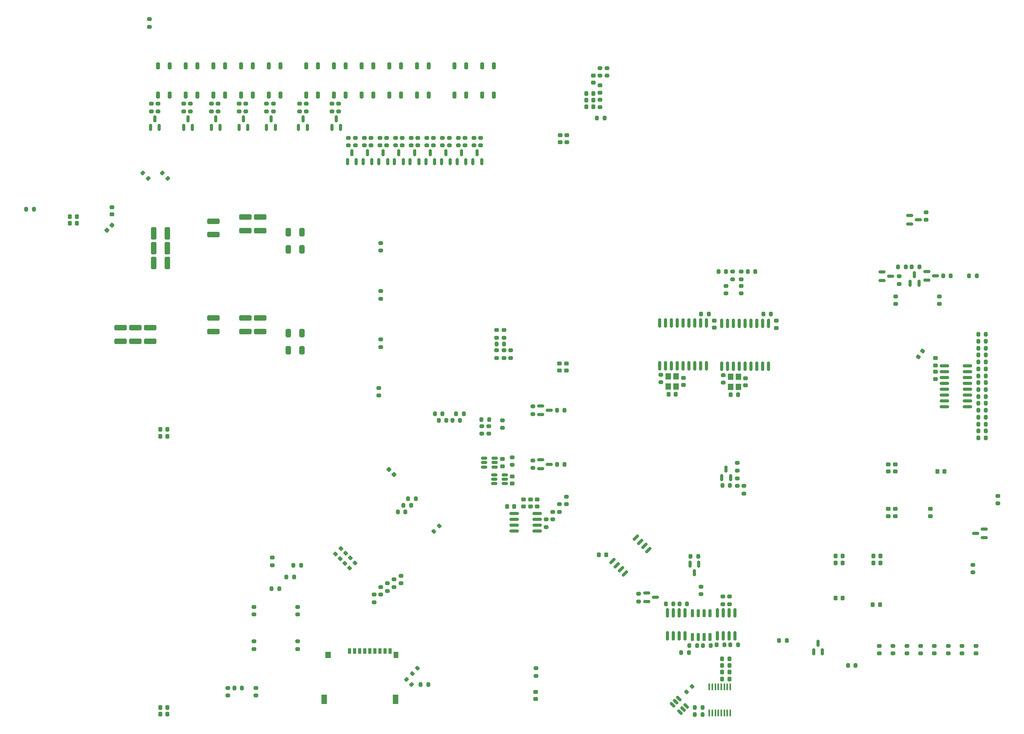
<source format=gbp>
G04 #@! TF.GenerationSoftware,KiCad,Pcbnew,8.0.1*
G04 #@! TF.CreationDate,2024-06-07T19:27:20+03:00*
G04 #@! TF.ProjectId,impeller18,696d7065-6c6c-4657-9231-382e6b696361,rev?*
G04 #@! TF.SameCoordinates,Original*
G04 #@! TF.FileFunction,Paste,Bot*
G04 #@! TF.FilePolarity,Positive*
%FSLAX46Y46*%
G04 Gerber Fmt 4.6, Leading zero omitted, Abs format (unit mm)*
G04 Created by KiCad (PCBNEW 8.0.1) date 2024-06-07 19:27:20*
%MOMM*%
%LPD*%
G01*
G04 APERTURE LIST*
G04 Aperture macros list*
%AMRoundRect*
0 Rectangle with rounded corners*
0 $1 Rounding radius*
0 $2 $3 $4 $5 $6 $7 $8 $9 X,Y pos of 4 corners*
0 Add a 4 corners polygon primitive as box body*
4,1,4,$2,$3,$4,$5,$6,$7,$8,$9,$2,$3,0*
0 Add four circle primitives for the rounded corners*
1,1,$1+$1,$2,$3*
1,1,$1+$1,$4,$5*
1,1,$1+$1,$6,$7*
1,1,$1+$1,$8,$9*
0 Add four rect primitives between the rounded corners*
20,1,$1+$1,$2,$3,$4,$5,0*
20,1,$1+$1,$4,$5,$6,$7,0*
20,1,$1+$1,$6,$7,$8,$9,0*
20,1,$1+$1,$8,$9,$2,$3,0*%
G04 Aperture macros list end*
%ADD10RoundRect,0.200000X0.275000X-0.200000X0.275000X0.200000X-0.275000X0.200000X-0.275000X-0.200000X0*%
%ADD11RoundRect,0.225000X0.250000X-0.225000X0.250000X0.225000X-0.250000X0.225000X-0.250000X-0.225000X0*%
%ADD12RoundRect,0.225000X-0.225000X-0.250000X0.225000X-0.250000X0.225000X0.250000X-0.225000X0.250000X0*%
%ADD13RoundRect,0.200000X-0.200000X-0.550000X0.200000X-0.550000X0.200000X0.550000X-0.200000X0.550000X0*%
%ADD14RoundRect,0.200000X-0.200000X-0.275000X0.200000X-0.275000X0.200000X0.275000X-0.200000X0.275000X0*%
%ADD15RoundRect,0.225000X0.225000X0.250000X-0.225000X0.250000X-0.225000X-0.250000X0.225000X-0.250000X0*%
%ADD16RoundRect,0.200000X-0.275000X0.200000X-0.275000X-0.200000X0.275000X-0.200000X0.275000X0.200000X0*%
%ADD17RoundRect,0.225000X-0.250000X0.225000X-0.250000X-0.225000X0.250000X-0.225000X0.250000X0.225000X0*%
%ADD18RoundRect,0.150000X0.150000X-0.587500X0.150000X0.587500X-0.150000X0.587500X-0.150000X-0.587500X0*%
%ADD19RoundRect,0.150000X-0.587500X-0.150000X0.587500X-0.150000X0.587500X0.150000X-0.587500X0.150000X0*%
%ADD20RoundRect,0.250000X-0.325000X-0.650000X0.325000X-0.650000X0.325000X0.650000X-0.325000X0.650000X0*%
%ADD21RoundRect,0.150000X0.150000X-0.825000X0.150000X0.825000X-0.150000X0.825000X-0.150000X-0.825000X0*%
%ADD22RoundRect,0.200000X0.053033X-0.335876X0.335876X-0.053033X-0.053033X0.335876X-0.335876X0.053033X0*%
%ADD23RoundRect,0.250000X-1.100000X0.325000X-1.100000X-0.325000X1.100000X-0.325000X1.100000X0.325000X0*%
%ADD24RoundRect,0.200000X0.200000X0.275000X-0.200000X0.275000X-0.200000X-0.275000X0.200000X-0.275000X0*%
%ADD25RoundRect,0.200000X0.335876X0.053033X0.053033X0.335876X-0.335876X-0.053033X-0.053033X-0.335876X0*%
%ADD26RoundRect,0.250000X0.325000X0.650000X-0.325000X0.650000X-0.325000X-0.650000X0.325000X-0.650000X0*%
%ADD27RoundRect,0.150000X-0.150000X0.725000X-0.150000X-0.725000X0.150000X-0.725000X0.150000X0.725000X0*%
%ADD28RoundRect,0.225000X-0.017678X0.335876X-0.335876X0.017678X0.017678X-0.335876X0.335876X-0.017678X0*%
%ADD29RoundRect,0.150000X0.512500X0.150000X-0.512500X0.150000X-0.512500X-0.150000X0.512500X-0.150000X0*%
%ADD30RoundRect,0.200000X-0.053033X0.335876X-0.335876X0.053033X0.053033X-0.335876X0.335876X-0.053033X0*%
%ADD31RoundRect,0.250000X-0.325000X-1.100000X0.325000X-1.100000X0.325000X1.100000X-0.325000X1.100000X0*%
%ADD32RoundRect,0.225000X-0.335876X-0.017678X-0.017678X-0.335876X0.335876X0.017678X0.017678X0.335876X0*%
%ADD33RoundRect,0.150000X-0.468458X0.256326X0.256326X-0.468458X0.468458X-0.256326X-0.256326X0.468458X0*%
%ADD34RoundRect,0.200000X0.100391X-0.324880X0.340006X-0.004591X-0.100391X0.324880X-0.340006X0.004591X0*%
%ADD35RoundRect,0.150000X-0.150000X0.825000X-0.150000X-0.825000X0.150000X-0.825000X0.150000X0.825000X0*%
%ADD36R,1.200000X1.400000*%
%ADD37RoundRect,0.150000X0.825000X0.150000X-0.825000X0.150000X-0.825000X-0.150000X0.825000X-0.150000X0*%
%ADD38RoundRect,0.150000X0.150000X-0.875000X0.150000X0.875000X-0.150000X0.875000X-0.150000X-0.875000X0*%
%ADD39RoundRect,0.150000X0.353553X0.565685X-0.565685X-0.353553X-0.353553X-0.565685X0.565685X0.353553X0*%
%ADD40RoundRect,0.150000X0.587500X0.150000X-0.587500X0.150000X-0.587500X-0.150000X0.587500X-0.150000X0*%
%ADD41R,0.700000X1.300000*%
%ADD42R,1.200000X2.000000*%
%ADD43R,1.050000X1.400000*%
%ADD44RoundRect,0.150000X-0.150000X0.587500X-0.150000X-0.587500X0.150000X-0.587500X0.150000X0.587500X0*%
%ADD45RoundRect,0.100000X0.100000X-0.637500X0.100000X0.637500X-0.100000X0.637500X-0.100000X-0.637500X0*%
G04 APERTURE END LIST*
D10*
X178905000Y-180658000D03*
X178905000Y-179008000D03*
D11*
X286179000Y-166035999D03*
X286179000Y-164485999D03*
D12*
X219173678Y-74201000D03*
X220723678Y-74201000D03*
D13*
X128766000Y-74526000D03*
X126226000Y-74526000D03*
X126226000Y-68226000D03*
X128766000Y-68226000D03*
D14*
X196406000Y-145086500D03*
X198056000Y-145086500D03*
D10*
X182606000Y-85481000D03*
X182606000Y-83831000D03*
D15*
X128264000Y-209086001D03*
X126714000Y-209086001D03*
X108583000Y-102435000D03*
X107033000Y-102435000D03*
D16*
X156491000Y-185794000D03*
X156491000Y-187444000D03*
D10*
X196501000Y-148151500D03*
X196501000Y-146501500D03*
X248771000Y-185206001D03*
X248771000Y-183556001D03*
D11*
X220698678Y-71876000D03*
X220698678Y-70326000D03*
D13*
X134766000Y-74526000D03*
X132226000Y-74526000D03*
X132226000Y-68226000D03*
X134766000Y-68226000D03*
D16*
X202772000Y-130041000D03*
X202772000Y-131691000D03*
D14*
X250437000Y-193993501D03*
X252087000Y-193993501D03*
D10*
X287051500Y-115595000D03*
X287051500Y-113945000D03*
X133226000Y-78081000D03*
X133226000Y-76431000D03*
D16*
X174579000Y-127646000D03*
X174579000Y-129296000D03*
D17*
X203089499Y-157446998D03*
X203089499Y-158996998D03*
D10*
X223618678Y-70326000D03*
X223618678Y-68676000D03*
D18*
X189626000Y-88993500D03*
X187726000Y-88993500D03*
X188676000Y-87118500D03*
D12*
X273233501Y-176212001D03*
X274783501Y-176212001D03*
D19*
X289318500Y-102601000D03*
X289318500Y-100701000D03*
X291193500Y-101651000D03*
D20*
X154446000Y-108114000D03*
X157396000Y-108114000D03*
D21*
X240606000Y-192036001D03*
X239336000Y-192036001D03*
X238066000Y-192036001D03*
X236796000Y-192036001D03*
X236796000Y-187086001D03*
X238066000Y-187086001D03*
X239336000Y-187086001D03*
X240606000Y-187086001D03*
D22*
X167799765Y-177365491D03*
X168966491Y-176198765D03*
D19*
X283316499Y-114895000D03*
X283316499Y-112995000D03*
X285191499Y-113945000D03*
D16*
X149766000Y-76431000D03*
X149766000Y-78081000D03*
D10*
X174525000Y-183133000D03*
X174525000Y-181483000D03*
X177445000Y-181483000D03*
X177445000Y-179833000D03*
D20*
X154446000Y-130044000D03*
X157396000Y-130044000D03*
D16*
X244015999Y-181388001D03*
X244015999Y-183038001D03*
D23*
X138229000Y-101952000D03*
X138229000Y-104902000D03*
D24*
X305875000Y-135559000D03*
X304225000Y-135559000D03*
D14*
X304225000Y-149059000D03*
X305875000Y-149059000D03*
D23*
X121304000Y-125081000D03*
X121304000Y-128031000D03*
D10*
X151011500Y-176728000D03*
X151011500Y-175078000D03*
D25*
X128269089Y-92660452D03*
X127102363Y-91493726D03*
D11*
X116203000Y-100455000D03*
X116203000Y-98905000D03*
D13*
X152766000Y-74526000D03*
X150226000Y-74526000D03*
X150226000Y-68226000D03*
X152766000Y-68226000D03*
D26*
X157396000Y-104314000D03*
X154446000Y-104314000D03*
D10*
X222158678Y-77185323D03*
X222158678Y-75535323D03*
D17*
X200926999Y-153671997D03*
X200926999Y-155221997D03*
D18*
X126446000Y-81593500D03*
X124546000Y-81593500D03*
X125496000Y-79718500D03*
D22*
X166767389Y-176333115D03*
X167934115Y-175166389D03*
D27*
X242196000Y-187186001D03*
X243466000Y-187186001D03*
X244736000Y-187186001D03*
X246006000Y-187186001D03*
X246006000Y-192336001D03*
X244736000Y-192336001D03*
X243466000Y-192336001D03*
X242196000Y-192336001D03*
D10*
X282723000Y-195904001D03*
X282723000Y-194254001D03*
X139226000Y-78081000D03*
X139226000Y-76431000D03*
D28*
X116203000Y-102844124D03*
X115106984Y-103940140D03*
D24*
X305875000Y-132559000D03*
X304225000Y-132559000D03*
D18*
X179426000Y-88993500D03*
X177526000Y-88993500D03*
X178476000Y-87118500D03*
D24*
X305875000Y-138559000D03*
X304225000Y-138559000D03*
D14*
X150841500Y-181808000D03*
X152491500Y-181808000D03*
D24*
X184856500Y-202685000D03*
X183206500Y-202685000D03*
D14*
X241780000Y-174783000D03*
X243430000Y-174783000D03*
D13*
X146766000Y-74526000D03*
X144226000Y-74526000D03*
X144226000Y-68226000D03*
X146766000Y-68226000D03*
D18*
X172626000Y-88993500D03*
X170726000Y-88993500D03*
X171676000Y-87118500D03*
D14*
X304225000Y-131059000D03*
X305875000Y-131059000D03*
D29*
X201447000Y-157097000D03*
X201447000Y-158046999D03*
X201447000Y-158996998D03*
X199172000Y-158996998D03*
X199172000Y-158046999D03*
X199172000Y-157097000D03*
D14*
X154066500Y-179268000D03*
X155716500Y-179268000D03*
D16*
X252806000Y-112928000D03*
X252806000Y-114578000D03*
X156491000Y-193294000D03*
X156491000Y-194944000D03*
D24*
X214430500Y-143067000D03*
X212780500Y-143067000D03*
X188774000Y-145228000D03*
X187124000Y-145228000D03*
D16*
X187946000Y-83831000D03*
X187946000Y-85481000D03*
X167546000Y-83831000D03*
X167546000Y-85481000D03*
X194746000Y-83831000D03*
X194746000Y-85481000D03*
D10*
X175806000Y-85481000D03*
X175806000Y-83831000D03*
D15*
X250211000Y-198506001D03*
X248661000Y-198506001D03*
D14*
X304225000Y-143059000D03*
X305875000Y-143059000D03*
D10*
X173065000Y-184783000D03*
X173065000Y-183133000D03*
D18*
X133666000Y-81593500D03*
X131766000Y-81593500D03*
X132716000Y-79718500D03*
D24*
X201312000Y-128656000D03*
X199662000Y-128656000D03*
D14*
X254206000Y-112928000D03*
X255856000Y-112928000D03*
D30*
X242097000Y-203096637D03*
X240930274Y-204263363D03*
D14*
X236396000Y-185131001D03*
X238046000Y-185131001D03*
D13*
X199086000Y-74526000D03*
X196546000Y-74526000D03*
X196546000Y-68226000D03*
X199086000Y-68226000D03*
D18*
X169226000Y-88993500D03*
X167326000Y-88993500D03*
X168276000Y-87118500D03*
D10*
X251929000Y-156132500D03*
X251929000Y-154482500D03*
D16*
X141359001Y-203399500D03*
X141359001Y-205049500D03*
D14*
X190084000Y-145228000D03*
X191734000Y-145228000D03*
D11*
X286179000Y-156346000D03*
X286179000Y-154796000D03*
D16*
X170946000Y-83831000D03*
X170946000Y-85481000D03*
D14*
X97598000Y-99318500D03*
X99248000Y-99318500D03*
D17*
X294942000Y-131744000D03*
X294942000Y-133294000D03*
D26*
X157396000Y-126244000D03*
X154446000Y-126244000D03*
D10*
X235363000Y-136992000D03*
X235363000Y-135342000D03*
X175985000Y-182308000D03*
X175985000Y-180658000D03*
D16*
X250901000Y-112928000D03*
X250901000Y-114578000D03*
D13*
X172926000Y-74526000D03*
X170386000Y-74526000D03*
X170386000Y-68226000D03*
X172926000Y-68226000D03*
D12*
X221886000Y-174463000D03*
X223436000Y-174463000D03*
D25*
X124082726Y-92660452D03*
X122916000Y-91493726D03*
D10*
X179206000Y-85481000D03*
X179206000Y-83831000D03*
X211898000Y-166776000D03*
X211898000Y-165126000D03*
X203089499Y-154909500D03*
X203089499Y-153259500D03*
D23*
X148380500Y-122969000D03*
X148380500Y-125919000D03*
D24*
X249109000Y-193996501D03*
X247459000Y-193996501D03*
D31*
X125279000Y-104633000D03*
X128229000Y-104633000D03*
D18*
X145666000Y-81593500D03*
X143766000Y-81593500D03*
X144716000Y-79718500D03*
D14*
X221463000Y-79551000D03*
X223113000Y-79551000D03*
D32*
X176318463Y-155906463D03*
X177414479Y-157002479D03*
D24*
X245703000Y-122097000D03*
X244053000Y-122097000D03*
D31*
X125279000Y-111033000D03*
X128229000Y-111033000D03*
D12*
X295323999Y-156374000D03*
X296873999Y-156374000D03*
D10*
X126226000Y-78081000D03*
X126226000Y-76431000D03*
X285723000Y-195904001D03*
X285723000Y-194254001D03*
D18*
X165826000Y-81593500D03*
X163926000Y-81593500D03*
X164876000Y-79718500D03*
D14*
X260989500Y-193068001D03*
X262639500Y-193068001D03*
D10*
X172406000Y-85481000D03*
X172406000Y-83831000D03*
D24*
X305875000Y-129559000D03*
X304225000Y-129559000D03*
D14*
X304225000Y-134059000D03*
X305875000Y-134059000D03*
D18*
X139666000Y-81593500D03*
X137766000Y-81593500D03*
X138716000Y-79718500D03*
D15*
X238568000Y-139617000D03*
X237018000Y-139617000D03*
D23*
X124504000Y-125081000D03*
X124504000Y-128031000D03*
D19*
X209268000Y-155737000D03*
X209268000Y-153837000D03*
X211143000Y-154787000D03*
D11*
X284719000Y-156346000D03*
X284719000Y-154796000D03*
D10*
X291723000Y-195904001D03*
X291723000Y-194254001D03*
D24*
X250320000Y-159407500D03*
X248670000Y-159407500D03*
D14*
X289788999Y-111886000D03*
X291438999Y-111886000D03*
D17*
X214810000Y-132897000D03*
X214810000Y-134447000D03*
D10*
X145226000Y-78081000D03*
X145226000Y-76431000D03*
X222158678Y-70326000D03*
X222158678Y-68676000D03*
D24*
X259207500Y-122169000D03*
X257557500Y-122169000D03*
D12*
X219173678Y-77121000D03*
X220723678Y-77121000D03*
D33*
X237859915Y-207015835D03*
X238531666Y-206344084D03*
X239203417Y-205672333D03*
X240812085Y-207281001D03*
X240140334Y-207952752D03*
X239468583Y-208624503D03*
D14*
X180478000Y-162241000D03*
X182128000Y-162241000D03*
D10*
X169006000Y-85481000D03*
X169006000Y-83831000D03*
D34*
X291172795Y-131479596D03*
X292161207Y-130158404D03*
D15*
X128264000Y-207626001D03*
X126714000Y-207626001D03*
D23*
X118104000Y-125081000D03*
X118104000Y-128031000D03*
D24*
X243189000Y-194192501D03*
X241539000Y-194192501D03*
X157234000Y-176728000D03*
X155584000Y-176728000D03*
D17*
X213350000Y-132897000D03*
X213350000Y-134447000D03*
D10*
X253389000Y-161132500D03*
X253389000Y-159482500D03*
D35*
X247596000Y-187086001D03*
X248866000Y-187086001D03*
X250136000Y-187086001D03*
X251406000Y-187086001D03*
X251406000Y-192036001D03*
X250136000Y-192036001D03*
X248866000Y-192036001D03*
X247596000Y-192036001D03*
D36*
X252147500Y-135759000D03*
X252147500Y-137959000D03*
X250447500Y-137959000D03*
X250447500Y-135759000D03*
D11*
X213474000Y-84796000D03*
X213474000Y-83246000D03*
D24*
X298238999Y-113842000D03*
X296588999Y-113842000D03*
D10*
X300723000Y-195904001D03*
X300723000Y-194254001D03*
D16*
X163926000Y-76431000D03*
X163926000Y-78081000D03*
D37*
X301847000Y-133364000D03*
X301847000Y-134634000D03*
X301847000Y-135904000D03*
X301847000Y-137174000D03*
X301847000Y-138444000D03*
X301847000Y-139714000D03*
X301847000Y-140984000D03*
X301847000Y-142254000D03*
X296897000Y-142254000D03*
X296897000Y-140984000D03*
X296897000Y-139714000D03*
X296897000Y-138444000D03*
X296897000Y-137174000D03*
X296897000Y-135904000D03*
X296897000Y-134634000D03*
X296897000Y-133364000D03*
D38*
X258727500Y-133479000D03*
X257457500Y-133479000D03*
X256187500Y-133479000D03*
X254917500Y-133479000D03*
X253647500Y-133479000D03*
X252377500Y-133479000D03*
X251107500Y-133479000D03*
X249837500Y-133479000D03*
X248567500Y-133479000D03*
X248567500Y-124179000D03*
X249837500Y-124179000D03*
X251107500Y-124179000D03*
X252377500Y-124179000D03*
X253647500Y-124179000D03*
X254917500Y-124179000D03*
X256187500Y-124179000D03*
X257457500Y-124179000D03*
X258727500Y-124179000D03*
D11*
X284719000Y-166035999D03*
X284719000Y-164485999D03*
D29*
X199284500Y-153471999D03*
X199284500Y-154421998D03*
X199284500Y-155371997D03*
X197009500Y-155371997D03*
X197009500Y-154421998D03*
X197009500Y-153471999D03*
D14*
X142784000Y-203399500D03*
X144434000Y-203399500D03*
D16*
X177746000Y-83831000D03*
X177746000Y-85481000D03*
D10*
X189406000Y-85481000D03*
X189406000Y-83831000D03*
X192806000Y-85481000D03*
X192806000Y-83831000D03*
D14*
X179476000Y-163701000D03*
X181126000Y-163701000D03*
D11*
X293799000Y-166035999D03*
X293799000Y-164485999D03*
D10*
X201312000Y-131691000D03*
X201312000Y-130041000D03*
D24*
X187949000Y-143768000D03*
X186299000Y-143768000D03*
D13*
X140766000Y-74526000D03*
X138226000Y-74526000D03*
X138226000Y-68226000D03*
X140766000Y-68226000D03*
D10*
X186006000Y-85481000D03*
X186006000Y-83831000D03*
X151226000Y-78081000D03*
X151226000Y-76431000D03*
D25*
X181256000Y-202685000D03*
X180089274Y-201518274D03*
D15*
X252072500Y-139689000D03*
X250522500Y-139689000D03*
D10*
X158386000Y-78081000D03*
X158386000Y-76431000D03*
X303723000Y-195904001D03*
X303723000Y-194254001D03*
D16*
X146991000Y-185794000D03*
X146991000Y-187444000D03*
D14*
X178228000Y-165161000D03*
X179878000Y-165161000D03*
D16*
X131766000Y-76431000D03*
X131766000Y-78081000D03*
D17*
X260397500Y-123604000D03*
X260397500Y-125154000D03*
D16*
X184546000Y-83831000D03*
X184546000Y-85481000D03*
D24*
X249506000Y-112928000D03*
X247856000Y-112928000D03*
D12*
X273233501Y-174752001D03*
X274783501Y-174752001D03*
D24*
X305875000Y-141559000D03*
X304225000Y-141559000D03*
X305875000Y-144559000D03*
X304225000Y-144559000D03*
D39*
X229950546Y-170735377D03*
X230848572Y-171633403D03*
X231746597Y-172531428D03*
X232644623Y-173429454D03*
X227553454Y-178520623D03*
X226655428Y-177622597D03*
X225757403Y-176724572D03*
X224859377Y-175826546D03*
D16*
X292906000Y-100001000D03*
X292906000Y-101651000D03*
D10*
X199662000Y-127271000D03*
X199662000Y-125621000D03*
D15*
X128264000Y-148683000D03*
X126714000Y-148683000D03*
D16*
X251929000Y-157832500D03*
X251929000Y-159482500D03*
D17*
X208174000Y-204231001D03*
X208174000Y-205781001D03*
D14*
X304225000Y-128059000D03*
X305875000Y-128059000D03*
D23*
X148380000Y-101039000D03*
X148380000Y-103989000D03*
D16*
X249506000Y-116028000D03*
X249506000Y-117678000D03*
D13*
X166926000Y-74526000D03*
X164386000Y-74526000D03*
X164386000Y-68226000D03*
X166926000Y-68226000D03*
D10*
X213358000Y-165126000D03*
X213358000Y-163476000D03*
X201312000Y-127271000D03*
X201312000Y-125621000D03*
D22*
X181367274Y-200249725D03*
X182534000Y-199082999D03*
D23*
X145180500Y-122969000D03*
X145180500Y-125919000D03*
D12*
X201983000Y-163981000D03*
X203533000Y-163981000D03*
D16*
X191346000Y-83831000D03*
X191346000Y-85481000D03*
D12*
X219173678Y-75661000D03*
X220723678Y-75661000D03*
D10*
X294723000Y-195904001D03*
X294723000Y-194254001D03*
D23*
X138229000Y-122969000D03*
X138229000Y-125919000D03*
D16*
X174082000Y-138179000D03*
X174082000Y-139829000D03*
D10*
X297723000Y-195904001D03*
X297723000Y-194254001D03*
D18*
X196426000Y-88993500D03*
X194526000Y-88993500D03*
X195476000Y-87118500D03*
D31*
X125279000Y-107833000D03*
X128229000Y-107833000D03*
D38*
X245223000Y-133407000D03*
X243953000Y-133407000D03*
X242683000Y-133407000D03*
X241413000Y-133407000D03*
X240143000Y-133407000D03*
X238873000Y-133407000D03*
X237603000Y-133407000D03*
X236333000Y-133407000D03*
X235063000Y-133407000D03*
X235063000Y-124107000D03*
X236333000Y-124107000D03*
X237603000Y-124107000D03*
X238873000Y-124107000D03*
X240143000Y-124107000D03*
X241413000Y-124107000D03*
X242683000Y-124107000D03*
X243953000Y-124107000D03*
X245223000Y-124107000D03*
D22*
X186081000Y-169371000D03*
X187247726Y-168204274D03*
D19*
X209268000Y-144017000D03*
X209268000Y-142117000D03*
X211143000Y-143067000D03*
D16*
X207555500Y-153962000D03*
X207555500Y-155612000D03*
X252806000Y-116028000D03*
X252806000Y-117678000D03*
D24*
X305875000Y-147559000D03*
X304225000Y-147559000D03*
D16*
X174578000Y-106696000D03*
X174578000Y-108346000D03*
D10*
X286264000Y-119958000D03*
X286264000Y-118308000D03*
D16*
X208250000Y-199099001D03*
X208250000Y-200749001D03*
D10*
X303035000Y-178280000D03*
X303035000Y-176630000D03*
D18*
X151666000Y-81593500D03*
X149766000Y-81593500D03*
X150716000Y-79718500D03*
D13*
X160926000Y-74526000D03*
X158386000Y-74526000D03*
X158386000Y-68226000D03*
X160926000Y-68226000D03*
D10*
X199662000Y-131691000D03*
X199662000Y-130041000D03*
D16*
X207555500Y-142242000D03*
X207555500Y-143892000D03*
D18*
X176026000Y-88993500D03*
X174126000Y-88993500D03*
X175076000Y-87118500D03*
D10*
X230542000Y-184598500D03*
X230542000Y-182948500D03*
D15*
X128264000Y-147223000D03*
X126714000Y-147223000D03*
D10*
X165386000Y-78081000D03*
X165386000Y-76431000D03*
D16*
X174346000Y-83831000D03*
X174346000Y-85481000D03*
D11*
X253727500Y-137634000D03*
X253727500Y-136084000D03*
D14*
X304225000Y-146059000D03*
X305875000Y-146059000D03*
D19*
X232254500Y-184636000D03*
X232254500Y-182736000D03*
X234129500Y-183686000D03*
D15*
X250211000Y-199966001D03*
X248661000Y-199966001D03*
D16*
X143766000Y-76431000D03*
X143766000Y-78081000D03*
D15*
X282895500Y-185307000D03*
X281345500Y-185307000D03*
D10*
X295764000Y-119958000D03*
X295764000Y-118308000D03*
D24*
X192559000Y-143768000D03*
X190909000Y-143768000D03*
D15*
X250211000Y-197046001D03*
X248661000Y-197046001D03*
D14*
X239736000Y-195676501D03*
X241386000Y-195676501D03*
D17*
X222158678Y-72476001D03*
X222158678Y-74026001D03*
D24*
X241006000Y-185131001D03*
X239356000Y-185131001D03*
D14*
X304225000Y-137059000D03*
X305875000Y-137059000D03*
D13*
X184926000Y-74526000D03*
X182386000Y-74526000D03*
X182386000Y-68226000D03*
X184926000Y-68226000D03*
D14*
X244499000Y-194192501D03*
X246149000Y-194192501D03*
D10*
X288723000Y-195904001D03*
X288723000Y-194254001D03*
D13*
X193086000Y-74526000D03*
X190546000Y-74526000D03*
X190546000Y-68226000D03*
X193086000Y-68226000D03*
D12*
X273233501Y-183832001D03*
X274783501Y-183832001D03*
D24*
X244380000Y-209131001D03*
X242730000Y-209131001D03*
D13*
X178926000Y-74526000D03*
X176386000Y-74526000D03*
X176386000Y-68226000D03*
X178926000Y-68226000D03*
D18*
X193026000Y-88993500D03*
X191126000Y-88993500D03*
X192076000Y-87118500D03*
D12*
X248661000Y-201426001D03*
X250211000Y-201426001D03*
D15*
X283013500Y-174752001D03*
X281463500Y-174752001D03*
D37*
X208483000Y-165506000D03*
X208483000Y-166776000D03*
X208483000Y-168046000D03*
X208483000Y-169316000D03*
X203533000Y-169316000D03*
X203533000Y-168046000D03*
X203533000Y-166776000D03*
X203533000Y-165506000D03*
D15*
X108583000Y-100975000D03*
X107033000Y-100975000D03*
D16*
X137766000Y-76431000D03*
X137766000Y-78081000D03*
X174578000Y-117171000D03*
X174578000Y-118821000D03*
D10*
X200926999Y-146859500D03*
X200926999Y-145209500D03*
X124316000Y-59716000D03*
X124316000Y-58066000D03*
D18*
X250445000Y-157695000D03*
X248545000Y-157695000D03*
X249495000Y-155820000D03*
D24*
X305875000Y-126561000D03*
X304225000Y-126561000D03*
D17*
X246893000Y-123532000D03*
X246893000Y-125082000D03*
D18*
X270421500Y-195576501D03*
X268521500Y-195576501D03*
X269471500Y-193701501D03*
D10*
X214818000Y-163476000D03*
X214818000Y-161826000D03*
X197961000Y-148151500D03*
X197961000Y-146501500D03*
D11*
X240223000Y-137562000D03*
X240223000Y-136012000D03*
D18*
X182826000Y-88993500D03*
X180926000Y-88993500D03*
X181876000Y-87118500D03*
D14*
X302220500Y-113842000D03*
X303870500Y-113842000D03*
D16*
X156926000Y-76431000D03*
X156926000Y-78081000D03*
X210438000Y-166776000D03*
X210438000Y-168426000D03*
D10*
X196206000Y-85481000D03*
X196206000Y-83831000D03*
D15*
X283013500Y-176212001D03*
X281463500Y-176212001D03*
D10*
X308442500Y-163322250D03*
X308442500Y-161672250D03*
D16*
X181146000Y-83831000D03*
X181146000Y-85481000D03*
D18*
X186226000Y-88993500D03*
X184326000Y-88993500D03*
X185276000Y-87118500D03*
D10*
X248867500Y-137064000D03*
X248867500Y-135414000D03*
D23*
X145180000Y-101039000D03*
X145180000Y-103989000D03*
D19*
X293076499Y-114792000D03*
X293076499Y-112892000D03*
X294951499Y-113842000D03*
D17*
X294942000Y-134704000D03*
X294942000Y-136254000D03*
D14*
X275947250Y-198475501D03*
X277597250Y-198475501D03*
D18*
X158606000Y-81593500D03*
X156706000Y-81593500D03*
X157656000Y-79718500D03*
D14*
X286828999Y-111886000D03*
X288478999Y-111886000D03*
D40*
X305543500Y-168848000D03*
X305543500Y-170748000D03*
X303668500Y-169798000D03*
D24*
X244380000Y-207671001D03*
X242730000Y-207671001D03*
D22*
X164702637Y-174268363D03*
X165869363Y-173101637D03*
D41*
X167768000Y-195337000D03*
X168868000Y-195337000D03*
X169968000Y-195337000D03*
X171068000Y-195337000D03*
X172168000Y-195337000D03*
X173268000Y-195337000D03*
X174368000Y-195337000D03*
X175468000Y-195337000D03*
X176568000Y-195337000D03*
D42*
X162248000Y-205887000D03*
X177768000Y-205887000D03*
D36*
X163088000Y-196187000D03*
D43*
X177843000Y-196187000D03*
D16*
X250231000Y-183556001D03*
X250231000Y-185206001D03*
X124766000Y-76431000D03*
X124766000Y-78081000D03*
D22*
X165735013Y-175300739D03*
X166901739Y-174134013D03*
D44*
X241655000Y-176495500D03*
X243555000Y-176495500D03*
X242605000Y-178370500D03*
D24*
X214430500Y-154787000D03*
X212780500Y-154787000D03*
D16*
X146991000Y-193294000D03*
X146991000Y-194944000D03*
D17*
X205563000Y-162436000D03*
X205563000Y-163986000D03*
D45*
X250411000Y-208868501D03*
X249761000Y-208868501D03*
X249111000Y-208868501D03*
X248461000Y-208868501D03*
X247811000Y-208868501D03*
X247161000Y-208868501D03*
X246511000Y-208868501D03*
X245861000Y-208868501D03*
X245861000Y-203143501D03*
X246511000Y-203143501D03*
X247161000Y-203143501D03*
X247811000Y-203143501D03*
X248461000Y-203143501D03*
X249111000Y-203143501D03*
X249761000Y-203143501D03*
X250411000Y-203143501D03*
D17*
X208483000Y-162436000D03*
X208483000Y-163986000D03*
D18*
X291343999Y-115473500D03*
X289443999Y-115473500D03*
X290393999Y-113598500D03*
D36*
X238643000Y-135687000D03*
X238643000Y-137887000D03*
X236943000Y-137887000D03*
X236943000Y-135687000D03*
D17*
X207023000Y-162436000D03*
X207023000Y-163986000D03*
X214934000Y-83246000D03*
X214934000Y-84796000D03*
D14*
X304225000Y-140059000D03*
X305875000Y-140059000D03*
D10*
X147434000Y-205049500D03*
X147434000Y-203399500D03*
M02*

</source>
